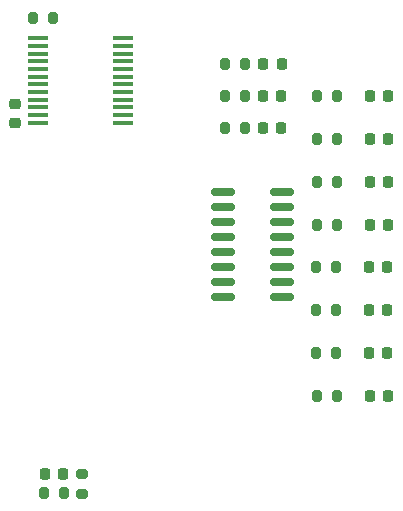
<source format=gbr>
%TF.GenerationSoftware,KiCad,Pcbnew,8.0.1*%
%TF.CreationDate,2024-06-08T08:25:42+08:00*%
%TF.ProjectId,uno_car,756e6f5f-6361-4722-9e6b-696361645f70,v1.0.2*%
%TF.SameCoordinates,Original*%
%TF.FileFunction,Paste,Top*%
%TF.FilePolarity,Positive*%
%FSLAX46Y46*%
G04 Gerber Fmt 4.6, Leading zero omitted, Abs format (unit mm)*
G04 Created by KiCad (PCBNEW 8.0.1) date 2024-06-08 08:25:42*
%MOMM*%
%LPD*%
G01*
G04 APERTURE LIST*
G04 Aperture macros list*
%AMRoundRect*
0 Rectangle with rounded corners*
0 $1 Rounding radius*
0 $2 $3 $4 $5 $6 $7 $8 $9 X,Y pos of 4 corners*
0 Add a 4 corners polygon primitive as box body*
4,1,4,$2,$3,$4,$5,$6,$7,$8,$9,$2,$3,0*
0 Add four circle primitives for the rounded corners*
1,1,$1+$1,$2,$3*
1,1,$1+$1,$4,$5*
1,1,$1+$1,$6,$7*
1,1,$1+$1,$8,$9*
0 Add four rect primitives between the rounded corners*
20,1,$1+$1,$2,$3,$4,$5,0*
20,1,$1+$1,$4,$5,$6,$7,0*
20,1,$1+$1,$6,$7,$8,$9,0*
20,1,$1+$1,$8,$9,$2,$3,0*%
G04 Aperture macros list end*
%ADD10RoundRect,0.218750X-0.218750X-0.256250X0.218750X-0.256250X0.218750X0.256250X-0.218750X0.256250X0*%
%ADD11RoundRect,0.200000X0.275000X-0.200000X0.275000X0.200000X-0.275000X0.200000X-0.275000X-0.200000X0*%
%ADD12RoundRect,0.200000X0.200000X0.275000X-0.200000X0.275000X-0.200000X-0.275000X0.200000X-0.275000X0*%
%ADD13RoundRect,0.218750X0.218750X0.256250X-0.218750X0.256250X-0.218750X-0.256250X0.218750X-0.256250X0*%
%ADD14RoundRect,0.150000X0.825000X0.150000X-0.825000X0.150000X-0.825000X-0.150000X0.825000X-0.150000X0*%
%ADD15R,1.750000X0.450000*%
%ADD16RoundRect,0.225000X-0.250000X0.225000X-0.250000X-0.225000X0.250000X-0.225000X0.250000X0.225000X0*%
%ADD17RoundRect,0.200000X-0.200000X-0.275000X0.200000X-0.275000X0.200000X0.275000X-0.200000X0.275000X0*%
G04 APERTURE END LIST*
D10*
%TO.C,D4*%
X207212500Y-80600000D03*
X208787500Y-80600000D03*
%TD*%
D11*
%TO.C,R1*%
X182950000Y-96125000D03*
X182950000Y-94475000D03*
%TD*%
D10*
%TO.C,D2*%
X198237500Y-65150000D03*
X199812500Y-65150000D03*
%TD*%
%TO.C,D12*%
X198275000Y-59750000D03*
X199850000Y-59750000D03*
%TD*%
%TO.C,D3*%
X207212500Y-84221400D03*
X208787500Y-84221400D03*
%TD*%
%TO.C,D8*%
X207309900Y-66114300D03*
X208884900Y-66114300D03*
%TD*%
%TO.C,D10*%
X207309900Y-87842900D03*
X208884900Y-87842900D03*
%TD*%
D12*
%TO.C,R14*%
X204541400Y-87842900D03*
X202891400Y-87842900D03*
%TD*%
%TO.C,R2*%
X181400000Y-96100000D03*
X179750000Y-96100000D03*
%TD*%
D13*
%TO.C,D1*%
X181387500Y-94500000D03*
X179812500Y-94500000D03*
%TD*%
D10*
%TO.C,D6*%
X207309900Y-73357100D03*
X208884900Y-73357100D03*
%TD*%
%TO.C,D7*%
X207309900Y-69735700D03*
X208884900Y-69735700D03*
%TD*%
D12*
%TO.C,R8*%
X204444000Y-80600000D03*
X202794000Y-80600000D03*
%TD*%
%TO.C,R7*%
X204444000Y-84221400D03*
X202794000Y-84221400D03*
%TD*%
D14*
%TO.C,U2*%
X199866400Y-79527900D03*
X199866400Y-78257900D03*
X199866400Y-76987900D03*
X199866400Y-75717900D03*
X199866400Y-74447900D03*
X199866400Y-73177900D03*
X199866400Y-71907900D03*
X199866400Y-70637900D03*
X194916400Y-70637900D03*
X194916400Y-71907900D03*
X194916400Y-73177900D03*
X194916400Y-74447900D03*
X194916400Y-75717900D03*
X194916400Y-76987900D03*
X194916400Y-78257900D03*
X194916400Y-79527900D03*
%TD*%
D10*
%TO.C,D9*%
X207309900Y-62492900D03*
X208884900Y-62492900D03*
%TD*%
D12*
%TO.C,R9*%
X204444000Y-76978600D03*
X202794000Y-76978600D03*
%TD*%
D15*
%TO.C,U4*%
X186450000Y-64725000D03*
X186450000Y-64075000D03*
X186450000Y-63425000D03*
X186450000Y-62775000D03*
X186450000Y-62125000D03*
X186450000Y-61475000D03*
X186450000Y-60825000D03*
X186450000Y-60175000D03*
X186450000Y-59525000D03*
X186450000Y-58875000D03*
X186450000Y-58225000D03*
X186450000Y-57575000D03*
X179250000Y-57575000D03*
X179250000Y-58225000D03*
X179250000Y-58875000D03*
X179250000Y-59525000D03*
X179250000Y-60175000D03*
X179250000Y-60825000D03*
X179250000Y-61475000D03*
X179250000Y-62125000D03*
X179250000Y-62775000D03*
X179250000Y-63425000D03*
X179250000Y-64075000D03*
X179250000Y-64725000D03*
%TD*%
D10*
%TO.C,D5*%
X207212500Y-76978600D03*
X208787500Y-76978600D03*
%TD*%
D16*
%TO.C,C1*%
X177300000Y-63175000D03*
X177300000Y-64725000D03*
%TD*%
D12*
%TO.C,R13*%
X204541400Y-62492900D03*
X202891400Y-62492900D03*
%TD*%
D17*
%TO.C,R5*%
X195100000Y-62450000D03*
X196750000Y-62450000D03*
%TD*%
%TO.C,R23*%
X178825000Y-55850000D03*
X180475000Y-55850000D03*
%TD*%
%TO.C,R6*%
X195100000Y-59800000D03*
X196750000Y-59800000D03*
%TD*%
D12*
%TO.C,R11*%
X204541400Y-69735700D03*
X202891400Y-69735700D03*
%TD*%
%TO.C,R12*%
X204541400Y-66114300D03*
X202891400Y-66114300D03*
%TD*%
D10*
%TO.C,D11*%
X198265500Y-62450000D03*
X199840500Y-62450000D03*
%TD*%
D17*
%TO.C,R3*%
X195100000Y-65150000D03*
X196750000Y-65150000D03*
%TD*%
D12*
%TO.C,R10*%
X204541400Y-73357100D03*
X202891400Y-73357100D03*
%TD*%
M02*

</source>
